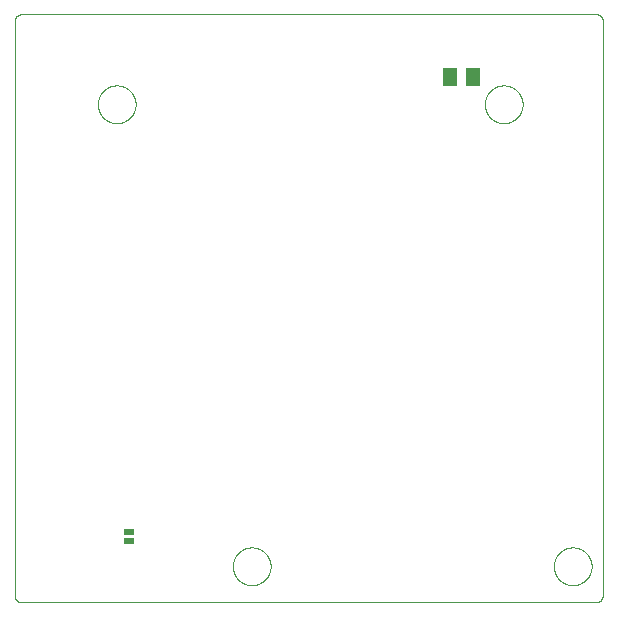
<source format=gbp>
G75*
%MOIN*%
%OFA0B0*%
%FSLAX25Y25*%
%IPPOS*%
%LPD*%
%AMOC8*
5,1,8,0,0,1.08239X$1,22.5*
%
%ADD10C,0.00000*%
%ADD11R,0.05118X0.05906*%
%ADD12R,0.03500X0.02400*%
D10*
X0001500Y0003736D02*
X0001500Y0195264D01*
X0001502Y0195356D01*
X0001508Y0195449D01*
X0001517Y0195541D01*
X0001530Y0195632D01*
X0001548Y0195723D01*
X0001568Y0195813D01*
X0001593Y0195902D01*
X0001621Y0195990D01*
X0001653Y0196077D01*
X0001688Y0196162D01*
X0001727Y0196246D01*
X0001769Y0196328D01*
X0001815Y0196409D01*
X0001864Y0196487D01*
X0001916Y0196563D01*
X0001971Y0196637D01*
X0002030Y0196709D01*
X0002091Y0196778D01*
X0002155Y0196845D01*
X0002222Y0196909D01*
X0002291Y0196970D01*
X0002363Y0197029D01*
X0002437Y0197084D01*
X0002513Y0197136D01*
X0002591Y0197185D01*
X0002672Y0197231D01*
X0002754Y0197273D01*
X0002838Y0197312D01*
X0002923Y0197347D01*
X0003010Y0197379D01*
X0003098Y0197407D01*
X0003187Y0197432D01*
X0003277Y0197452D01*
X0003368Y0197470D01*
X0003459Y0197483D01*
X0003551Y0197492D01*
X0003644Y0197498D01*
X0003736Y0197500D01*
X0195264Y0197500D01*
X0195356Y0197498D01*
X0195449Y0197492D01*
X0195541Y0197483D01*
X0195632Y0197470D01*
X0195723Y0197452D01*
X0195813Y0197432D01*
X0195902Y0197407D01*
X0195990Y0197379D01*
X0196077Y0197347D01*
X0196162Y0197312D01*
X0196246Y0197273D01*
X0196328Y0197231D01*
X0196409Y0197185D01*
X0196487Y0197136D01*
X0196563Y0197084D01*
X0196637Y0197029D01*
X0196709Y0196970D01*
X0196778Y0196909D01*
X0196845Y0196845D01*
X0196909Y0196778D01*
X0196970Y0196709D01*
X0197029Y0196637D01*
X0197084Y0196563D01*
X0197136Y0196487D01*
X0197185Y0196409D01*
X0197231Y0196328D01*
X0197273Y0196246D01*
X0197312Y0196162D01*
X0197347Y0196077D01*
X0197379Y0195990D01*
X0197407Y0195902D01*
X0197432Y0195813D01*
X0197452Y0195723D01*
X0197470Y0195632D01*
X0197483Y0195541D01*
X0197492Y0195449D01*
X0197498Y0195356D01*
X0197500Y0195264D01*
X0197500Y0003736D01*
X0197498Y0003644D01*
X0197492Y0003551D01*
X0197483Y0003459D01*
X0197470Y0003368D01*
X0197452Y0003277D01*
X0197432Y0003187D01*
X0197407Y0003098D01*
X0197379Y0003010D01*
X0197347Y0002923D01*
X0197312Y0002838D01*
X0197273Y0002754D01*
X0197231Y0002672D01*
X0197185Y0002591D01*
X0197136Y0002513D01*
X0197084Y0002437D01*
X0197029Y0002363D01*
X0196970Y0002291D01*
X0196909Y0002222D01*
X0196845Y0002155D01*
X0196778Y0002091D01*
X0196709Y0002030D01*
X0196637Y0001971D01*
X0196563Y0001916D01*
X0196487Y0001864D01*
X0196409Y0001815D01*
X0196328Y0001769D01*
X0196246Y0001727D01*
X0196162Y0001688D01*
X0196077Y0001653D01*
X0195990Y0001621D01*
X0195902Y0001593D01*
X0195813Y0001568D01*
X0195723Y0001548D01*
X0195632Y0001530D01*
X0195541Y0001517D01*
X0195449Y0001508D01*
X0195356Y0001502D01*
X0195264Y0001500D01*
X0003736Y0001500D01*
X0003644Y0001502D01*
X0003551Y0001508D01*
X0003459Y0001517D01*
X0003368Y0001530D01*
X0003277Y0001548D01*
X0003187Y0001568D01*
X0003098Y0001593D01*
X0003010Y0001621D01*
X0002923Y0001653D01*
X0002838Y0001688D01*
X0002754Y0001727D01*
X0002672Y0001769D01*
X0002591Y0001815D01*
X0002513Y0001864D01*
X0002437Y0001916D01*
X0002363Y0001971D01*
X0002291Y0002030D01*
X0002222Y0002091D01*
X0002155Y0002155D01*
X0002091Y0002222D01*
X0002030Y0002291D01*
X0001971Y0002363D01*
X0001916Y0002437D01*
X0001864Y0002513D01*
X0001815Y0002591D01*
X0001769Y0002672D01*
X0001727Y0002754D01*
X0001688Y0002838D01*
X0001653Y0002923D01*
X0001621Y0003010D01*
X0001593Y0003098D01*
X0001568Y0003187D01*
X0001548Y0003277D01*
X0001530Y0003368D01*
X0001517Y0003459D01*
X0001508Y0003551D01*
X0001502Y0003644D01*
X0001500Y0003736D01*
X0074201Y0013500D02*
X0074203Y0013658D01*
X0074209Y0013816D01*
X0074219Y0013974D01*
X0074233Y0014132D01*
X0074251Y0014289D01*
X0074272Y0014446D01*
X0074298Y0014602D01*
X0074328Y0014758D01*
X0074361Y0014913D01*
X0074399Y0015066D01*
X0074440Y0015219D01*
X0074485Y0015371D01*
X0074534Y0015522D01*
X0074587Y0015671D01*
X0074643Y0015819D01*
X0074703Y0015965D01*
X0074767Y0016110D01*
X0074835Y0016253D01*
X0074906Y0016395D01*
X0074980Y0016535D01*
X0075058Y0016672D01*
X0075140Y0016808D01*
X0075224Y0016942D01*
X0075313Y0017073D01*
X0075404Y0017202D01*
X0075499Y0017329D01*
X0075596Y0017454D01*
X0075697Y0017576D01*
X0075801Y0017695D01*
X0075908Y0017812D01*
X0076018Y0017926D01*
X0076131Y0018037D01*
X0076246Y0018146D01*
X0076364Y0018251D01*
X0076485Y0018353D01*
X0076608Y0018453D01*
X0076734Y0018549D01*
X0076862Y0018642D01*
X0076992Y0018732D01*
X0077125Y0018818D01*
X0077260Y0018902D01*
X0077396Y0018981D01*
X0077535Y0019058D01*
X0077676Y0019130D01*
X0077818Y0019200D01*
X0077962Y0019265D01*
X0078108Y0019327D01*
X0078255Y0019385D01*
X0078404Y0019440D01*
X0078554Y0019491D01*
X0078705Y0019538D01*
X0078857Y0019581D01*
X0079010Y0019620D01*
X0079165Y0019656D01*
X0079320Y0019687D01*
X0079476Y0019715D01*
X0079632Y0019739D01*
X0079789Y0019759D01*
X0079947Y0019775D01*
X0080104Y0019787D01*
X0080263Y0019795D01*
X0080421Y0019799D01*
X0080579Y0019799D01*
X0080737Y0019795D01*
X0080896Y0019787D01*
X0081053Y0019775D01*
X0081211Y0019759D01*
X0081368Y0019739D01*
X0081524Y0019715D01*
X0081680Y0019687D01*
X0081835Y0019656D01*
X0081990Y0019620D01*
X0082143Y0019581D01*
X0082295Y0019538D01*
X0082446Y0019491D01*
X0082596Y0019440D01*
X0082745Y0019385D01*
X0082892Y0019327D01*
X0083038Y0019265D01*
X0083182Y0019200D01*
X0083324Y0019130D01*
X0083465Y0019058D01*
X0083604Y0018981D01*
X0083740Y0018902D01*
X0083875Y0018818D01*
X0084008Y0018732D01*
X0084138Y0018642D01*
X0084266Y0018549D01*
X0084392Y0018453D01*
X0084515Y0018353D01*
X0084636Y0018251D01*
X0084754Y0018146D01*
X0084869Y0018037D01*
X0084982Y0017926D01*
X0085092Y0017812D01*
X0085199Y0017695D01*
X0085303Y0017576D01*
X0085404Y0017454D01*
X0085501Y0017329D01*
X0085596Y0017202D01*
X0085687Y0017073D01*
X0085776Y0016942D01*
X0085860Y0016808D01*
X0085942Y0016672D01*
X0086020Y0016535D01*
X0086094Y0016395D01*
X0086165Y0016253D01*
X0086233Y0016110D01*
X0086297Y0015965D01*
X0086357Y0015819D01*
X0086413Y0015671D01*
X0086466Y0015522D01*
X0086515Y0015371D01*
X0086560Y0015219D01*
X0086601Y0015066D01*
X0086639Y0014913D01*
X0086672Y0014758D01*
X0086702Y0014602D01*
X0086728Y0014446D01*
X0086749Y0014289D01*
X0086767Y0014132D01*
X0086781Y0013974D01*
X0086791Y0013816D01*
X0086797Y0013658D01*
X0086799Y0013500D01*
X0086797Y0013342D01*
X0086791Y0013184D01*
X0086781Y0013026D01*
X0086767Y0012868D01*
X0086749Y0012711D01*
X0086728Y0012554D01*
X0086702Y0012398D01*
X0086672Y0012242D01*
X0086639Y0012087D01*
X0086601Y0011934D01*
X0086560Y0011781D01*
X0086515Y0011629D01*
X0086466Y0011478D01*
X0086413Y0011329D01*
X0086357Y0011181D01*
X0086297Y0011035D01*
X0086233Y0010890D01*
X0086165Y0010747D01*
X0086094Y0010605D01*
X0086020Y0010465D01*
X0085942Y0010328D01*
X0085860Y0010192D01*
X0085776Y0010058D01*
X0085687Y0009927D01*
X0085596Y0009798D01*
X0085501Y0009671D01*
X0085404Y0009546D01*
X0085303Y0009424D01*
X0085199Y0009305D01*
X0085092Y0009188D01*
X0084982Y0009074D01*
X0084869Y0008963D01*
X0084754Y0008854D01*
X0084636Y0008749D01*
X0084515Y0008647D01*
X0084392Y0008547D01*
X0084266Y0008451D01*
X0084138Y0008358D01*
X0084008Y0008268D01*
X0083875Y0008182D01*
X0083740Y0008098D01*
X0083604Y0008019D01*
X0083465Y0007942D01*
X0083324Y0007870D01*
X0083182Y0007800D01*
X0083038Y0007735D01*
X0082892Y0007673D01*
X0082745Y0007615D01*
X0082596Y0007560D01*
X0082446Y0007509D01*
X0082295Y0007462D01*
X0082143Y0007419D01*
X0081990Y0007380D01*
X0081835Y0007344D01*
X0081680Y0007313D01*
X0081524Y0007285D01*
X0081368Y0007261D01*
X0081211Y0007241D01*
X0081053Y0007225D01*
X0080896Y0007213D01*
X0080737Y0007205D01*
X0080579Y0007201D01*
X0080421Y0007201D01*
X0080263Y0007205D01*
X0080104Y0007213D01*
X0079947Y0007225D01*
X0079789Y0007241D01*
X0079632Y0007261D01*
X0079476Y0007285D01*
X0079320Y0007313D01*
X0079165Y0007344D01*
X0079010Y0007380D01*
X0078857Y0007419D01*
X0078705Y0007462D01*
X0078554Y0007509D01*
X0078404Y0007560D01*
X0078255Y0007615D01*
X0078108Y0007673D01*
X0077962Y0007735D01*
X0077818Y0007800D01*
X0077676Y0007870D01*
X0077535Y0007942D01*
X0077396Y0008019D01*
X0077260Y0008098D01*
X0077125Y0008182D01*
X0076992Y0008268D01*
X0076862Y0008358D01*
X0076734Y0008451D01*
X0076608Y0008547D01*
X0076485Y0008647D01*
X0076364Y0008749D01*
X0076246Y0008854D01*
X0076131Y0008963D01*
X0076018Y0009074D01*
X0075908Y0009188D01*
X0075801Y0009305D01*
X0075697Y0009424D01*
X0075596Y0009546D01*
X0075499Y0009671D01*
X0075404Y0009798D01*
X0075313Y0009927D01*
X0075224Y0010058D01*
X0075140Y0010192D01*
X0075058Y0010328D01*
X0074980Y0010465D01*
X0074906Y0010605D01*
X0074835Y0010747D01*
X0074767Y0010890D01*
X0074703Y0011035D01*
X0074643Y0011181D01*
X0074587Y0011329D01*
X0074534Y0011478D01*
X0074485Y0011629D01*
X0074440Y0011781D01*
X0074399Y0011934D01*
X0074361Y0012087D01*
X0074328Y0012242D01*
X0074298Y0012398D01*
X0074272Y0012554D01*
X0074251Y0012711D01*
X0074233Y0012868D01*
X0074219Y0013026D01*
X0074209Y0013184D01*
X0074203Y0013342D01*
X0074201Y0013500D01*
X0181201Y0013500D02*
X0181203Y0013658D01*
X0181209Y0013816D01*
X0181219Y0013974D01*
X0181233Y0014132D01*
X0181251Y0014289D01*
X0181272Y0014446D01*
X0181298Y0014602D01*
X0181328Y0014758D01*
X0181361Y0014913D01*
X0181399Y0015066D01*
X0181440Y0015219D01*
X0181485Y0015371D01*
X0181534Y0015522D01*
X0181587Y0015671D01*
X0181643Y0015819D01*
X0181703Y0015965D01*
X0181767Y0016110D01*
X0181835Y0016253D01*
X0181906Y0016395D01*
X0181980Y0016535D01*
X0182058Y0016672D01*
X0182140Y0016808D01*
X0182224Y0016942D01*
X0182313Y0017073D01*
X0182404Y0017202D01*
X0182499Y0017329D01*
X0182596Y0017454D01*
X0182697Y0017576D01*
X0182801Y0017695D01*
X0182908Y0017812D01*
X0183018Y0017926D01*
X0183131Y0018037D01*
X0183246Y0018146D01*
X0183364Y0018251D01*
X0183485Y0018353D01*
X0183608Y0018453D01*
X0183734Y0018549D01*
X0183862Y0018642D01*
X0183992Y0018732D01*
X0184125Y0018818D01*
X0184260Y0018902D01*
X0184396Y0018981D01*
X0184535Y0019058D01*
X0184676Y0019130D01*
X0184818Y0019200D01*
X0184962Y0019265D01*
X0185108Y0019327D01*
X0185255Y0019385D01*
X0185404Y0019440D01*
X0185554Y0019491D01*
X0185705Y0019538D01*
X0185857Y0019581D01*
X0186010Y0019620D01*
X0186165Y0019656D01*
X0186320Y0019687D01*
X0186476Y0019715D01*
X0186632Y0019739D01*
X0186789Y0019759D01*
X0186947Y0019775D01*
X0187104Y0019787D01*
X0187263Y0019795D01*
X0187421Y0019799D01*
X0187579Y0019799D01*
X0187737Y0019795D01*
X0187896Y0019787D01*
X0188053Y0019775D01*
X0188211Y0019759D01*
X0188368Y0019739D01*
X0188524Y0019715D01*
X0188680Y0019687D01*
X0188835Y0019656D01*
X0188990Y0019620D01*
X0189143Y0019581D01*
X0189295Y0019538D01*
X0189446Y0019491D01*
X0189596Y0019440D01*
X0189745Y0019385D01*
X0189892Y0019327D01*
X0190038Y0019265D01*
X0190182Y0019200D01*
X0190324Y0019130D01*
X0190465Y0019058D01*
X0190604Y0018981D01*
X0190740Y0018902D01*
X0190875Y0018818D01*
X0191008Y0018732D01*
X0191138Y0018642D01*
X0191266Y0018549D01*
X0191392Y0018453D01*
X0191515Y0018353D01*
X0191636Y0018251D01*
X0191754Y0018146D01*
X0191869Y0018037D01*
X0191982Y0017926D01*
X0192092Y0017812D01*
X0192199Y0017695D01*
X0192303Y0017576D01*
X0192404Y0017454D01*
X0192501Y0017329D01*
X0192596Y0017202D01*
X0192687Y0017073D01*
X0192776Y0016942D01*
X0192860Y0016808D01*
X0192942Y0016672D01*
X0193020Y0016535D01*
X0193094Y0016395D01*
X0193165Y0016253D01*
X0193233Y0016110D01*
X0193297Y0015965D01*
X0193357Y0015819D01*
X0193413Y0015671D01*
X0193466Y0015522D01*
X0193515Y0015371D01*
X0193560Y0015219D01*
X0193601Y0015066D01*
X0193639Y0014913D01*
X0193672Y0014758D01*
X0193702Y0014602D01*
X0193728Y0014446D01*
X0193749Y0014289D01*
X0193767Y0014132D01*
X0193781Y0013974D01*
X0193791Y0013816D01*
X0193797Y0013658D01*
X0193799Y0013500D01*
X0193797Y0013342D01*
X0193791Y0013184D01*
X0193781Y0013026D01*
X0193767Y0012868D01*
X0193749Y0012711D01*
X0193728Y0012554D01*
X0193702Y0012398D01*
X0193672Y0012242D01*
X0193639Y0012087D01*
X0193601Y0011934D01*
X0193560Y0011781D01*
X0193515Y0011629D01*
X0193466Y0011478D01*
X0193413Y0011329D01*
X0193357Y0011181D01*
X0193297Y0011035D01*
X0193233Y0010890D01*
X0193165Y0010747D01*
X0193094Y0010605D01*
X0193020Y0010465D01*
X0192942Y0010328D01*
X0192860Y0010192D01*
X0192776Y0010058D01*
X0192687Y0009927D01*
X0192596Y0009798D01*
X0192501Y0009671D01*
X0192404Y0009546D01*
X0192303Y0009424D01*
X0192199Y0009305D01*
X0192092Y0009188D01*
X0191982Y0009074D01*
X0191869Y0008963D01*
X0191754Y0008854D01*
X0191636Y0008749D01*
X0191515Y0008647D01*
X0191392Y0008547D01*
X0191266Y0008451D01*
X0191138Y0008358D01*
X0191008Y0008268D01*
X0190875Y0008182D01*
X0190740Y0008098D01*
X0190604Y0008019D01*
X0190465Y0007942D01*
X0190324Y0007870D01*
X0190182Y0007800D01*
X0190038Y0007735D01*
X0189892Y0007673D01*
X0189745Y0007615D01*
X0189596Y0007560D01*
X0189446Y0007509D01*
X0189295Y0007462D01*
X0189143Y0007419D01*
X0188990Y0007380D01*
X0188835Y0007344D01*
X0188680Y0007313D01*
X0188524Y0007285D01*
X0188368Y0007261D01*
X0188211Y0007241D01*
X0188053Y0007225D01*
X0187896Y0007213D01*
X0187737Y0007205D01*
X0187579Y0007201D01*
X0187421Y0007201D01*
X0187263Y0007205D01*
X0187104Y0007213D01*
X0186947Y0007225D01*
X0186789Y0007241D01*
X0186632Y0007261D01*
X0186476Y0007285D01*
X0186320Y0007313D01*
X0186165Y0007344D01*
X0186010Y0007380D01*
X0185857Y0007419D01*
X0185705Y0007462D01*
X0185554Y0007509D01*
X0185404Y0007560D01*
X0185255Y0007615D01*
X0185108Y0007673D01*
X0184962Y0007735D01*
X0184818Y0007800D01*
X0184676Y0007870D01*
X0184535Y0007942D01*
X0184396Y0008019D01*
X0184260Y0008098D01*
X0184125Y0008182D01*
X0183992Y0008268D01*
X0183862Y0008358D01*
X0183734Y0008451D01*
X0183608Y0008547D01*
X0183485Y0008647D01*
X0183364Y0008749D01*
X0183246Y0008854D01*
X0183131Y0008963D01*
X0183018Y0009074D01*
X0182908Y0009188D01*
X0182801Y0009305D01*
X0182697Y0009424D01*
X0182596Y0009546D01*
X0182499Y0009671D01*
X0182404Y0009798D01*
X0182313Y0009927D01*
X0182224Y0010058D01*
X0182140Y0010192D01*
X0182058Y0010328D01*
X0181980Y0010465D01*
X0181906Y0010605D01*
X0181835Y0010747D01*
X0181767Y0010890D01*
X0181703Y0011035D01*
X0181643Y0011181D01*
X0181587Y0011329D01*
X0181534Y0011478D01*
X0181485Y0011629D01*
X0181440Y0011781D01*
X0181399Y0011934D01*
X0181361Y0012087D01*
X0181328Y0012242D01*
X0181298Y0012398D01*
X0181272Y0012554D01*
X0181251Y0012711D01*
X0181233Y0012868D01*
X0181219Y0013026D01*
X0181209Y0013184D01*
X0181203Y0013342D01*
X0181201Y0013500D01*
X0158201Y0167500D02*
X0158203Y0167658D01*
X0158209Y0167816D01*
X0158219Y0167974D01*
X0158233Y0168132D01*
X0158251Y0168289D01*
X0158272Y0168446D01*
X0158298Y0168602D01*
X0158328Y0168758D01*
X0158361Y0168913D01*
X0158399Y0169066D01*
X0158440Y0169219D01*
X0158485Y0169371D01*
X0158534Y0169522D01*
X0158587Y0169671D01*
X0158643Y0169819D01*
X0158703Y0169965D01*
X0158767Y0170110D01*
X0158835Y0170253D01*
X0158906Y0170395D01*
X0158980Y0170535D01*
X0159058Y0170672D01*
X0159140Y0170808D01*
X0159224Y0170942D01*
X0159313Y0171073D01*
X0159404Y0171202D01*
X0159499Y0171329D01*
X0159596Y0171454D01*
X0159697Y0171576D01*
X0159801Y0171695D01*
X0159908Y0171812D01*
X0160018Y0171926D01*
X0160131Y0172037D01*
X0160246Y0172146D01*
X0160364Y0172251D01*
X0160485Y0172353D01*
X0160608Y0172453D01*
X0160734Y0172549D01*
X0160862Y0172642D01*
X0160992Y0172732D01*
X0161125Y0172818D01*
X0161260Y0172902D01*
X0161396Y0172981D01*
X0161535Y0173058D01*
X0161676Y0173130D01*
X0161818Y0173200D01*
X0161962Y0173265D01*
X0162108Y0173327D01*
X0162255Y0173385D01*
X0162404Y0173440D01*
X0162554Y0173491D01*
X0162705Y0173538D01*
X0162857Y0173581D01*
X0163010Y0173620D01*
X0163165Y0173656D01*
X0163320Y0173687D01*
X0163476Y0173715D01*
X0163632Y0173739D01*
X0163789Y0173759D01*
X0163947Y0173775D01*
X0164104Y0173787D01*
X0164263Y0173795D01*
X0164421Y0173799D01*
X0164579Y0173799D01*
X0164737Y0173795D01*
X0164896Y0173787D01*
X0165053Y0173775D01*
X0165211Y0173759D01*
X0165368Y0173739D01*
X0165524Y0173715D01*
X0165680Y0173687D01*
X0165835Y0173656D01*
X0165990Y0173620D01*
X0166143Y0173581D01*
X0166295Y0173538D01*
X0166446Y0173491D01*
X0166596Y0173440D01*
X0166745Y0173385D01*
X0166892Y0173327D01*
X0167038Y0173265D01*
X0167182Y0173200D01*
X0167324Y0173130D01*
X0167465Y0173058D01*
X0167604Y0172981D01*
X0167740Y0172902D01*
X0167875Y0172818D01*
X0168008Y0172732D01*
X0168138Y0172642D01*
X0168266Y0172549D01*
X0168392Y0172453D01*
X0168515Y0172353D01*
X0168636Y0172251D01*
X0168754Y0172146D01*
X0168869Y0172037D01*
X0168982Y0171926D01*
X0169092Y0171812D01*
X0169199Y0171695D01*
X0169303Y0171576D01*
X0169404Y0171454D01*
X0169501Y0171329D01*
X0169596Y0171202D01*
X0169687Y0171073D01*
X0169776Y0170942D01*
X0169860Y0170808D01*
X0169942Y0170672D01*
X0170020Y0170535D01*
X0170094Y0170395D01*
X0170165Y0170253D01*
X0170233Y0170110D01*
X0170297Y0169965D01*
X0170357Y0169819D01*
X0170413Y0169671D01*
X0170466Y0169522D01*
X0170515Y0169371D01*
X0170560Y0169219D01*
X0170601Y0169066D01*
X0170639Y0168913D01*
X0170672Y0168758D01*
X0170702Y0168602D01*
X0170728Y0168446D01*
X0170749Y0168289D01*
X0170767Y0168132D01*
X0170781Y0167974D01*
X0170791Y0167816D01*
X0170797Y0167658D01*
X0170799Y0167500D01*
X0170797Y0167342D01*
X0170791Y0167184D01*
X0170781Y0167026D01*
X0170767Y0166868D01*
X0170749Y0166711D01*
X0170728Y0166554D01*
X0170702Y0166398D01*
X0170672Y0166242D01*
X0170639Y0166087D01*
X0170601Y0165934D01*
X0170560Y0165781D01*
X0170515Y0165629D01*
X0170466Y0165478D01*
X0170413Y0165329D01*
X0170357Y0165181D01*
X0170297Y0165035D01*
X0170233Y0164890D01*
X0170165Y0164747D01*
X0170094Y0164605D01*
X0170020Y0164465D01*
X0169942Y0164328D01*
X0169860Y0164192D01*
X0169776Y0164058D01*
X0169687Y0163927D01*
X0169596Y0163798D01*
X0169501Y0163671D01*
X0169404Y0163546D01*
X0169303Y0163424D01*
X0169199Y0163305D01*
X0169092Y0163188D01*
X0168982Y0163074D01*
X0168869Y0162963D01*
X0168754Y0162854D01*
X0168636Y0162749D01*
X0168515Y0162647D01*
X0168392Y0162547D01*
X0168266Y0162451D01*
X0168138Y0162358D01*
X0168008Y0162268D01*
X0167875Y0162182D01*
X0167740Y0162098D01*
X0167604Y0162019D01*
X0167465Y0161942D01*
X0167324Y0161870D01*
X0167182Y0161800D01*
X0167038Y0161735D01*
X0166892Y0161673D01*
X0166745Y0161615D01*
X0166596Y0161560D01*
X0166446Y0161509D01*
X0166295Y0161462D01*
X0166143Y0161419D01*
X0165990Y0161380D01*
X0165835Y0161344D01*
X0165680Y0161313D01*
X0165524Y0161285D01*
X0165368Y0161261D01*
X0165211Y0161241D01*
X0165053Y0161225D01*
X0164896Y0161213D01*
X0164737Y0161205D01*
X0164579Y0161201D01*
X0164421Y0161201D01*
X0164263Y0161205D01*
X0164104Y0161213D01*
X0163947Y0161225D01*
X0163789Y0161241D01*
X0163632Y0161261D01*
X0163476Y0161285D01*
X0163320Y0161313D01*
X0163165Y0161344D01*
X0163010Y0161380D01*
X0162857Y0161419D01*
X0162705Y0161462D01*
X0162554Y0161509D01*
X0162404Y0161560D01*
X0162255Y0161615D01*
X0162108Y0161673D01*
X0161962Y0161735D01*
X0161818Y0161800D01*
X0161676Y0161870D01*
X0161535Y0161942D01*
X0161396Y0162019D01*
X0161260Y0162098D01*
X0161125Y0162182D01*
X0160992Y0162268D01*
X0160862Y0162358D01*
X0160734Y0162451D01*
X0160608Y0162547D01*
X0160485Y0162647D01*
X0160364Y0162749D01*
X0160246Y0162854D01*
X0160131Y0162963D01*
X0160018Y0163074D01*
X0159908Y0163188D01*
X0159801Y0163305D01*
X0159697Y0163424D01*
X0159596Y0163546D01*
X0159499Y0163671D01*
X0159404Y0163798D01*
X0159313Y0163927D01*
X0159224Y0164058D01*
X0159140Y0164192D01*
X0159058Y0164328D01*
X0158980Y0164465D01*
X0158906Y0164605D01*
X0158835Y0164747D01*
X0158767Y0164890D01*
X0158703Y0165035D01*
X0158643Y0165181D01*
X0158587Y0165329D01*
X0158534Y0165478D01*
X0158485Y0165629D01*
X0158440Y0165781D01*
X0158399Y0165934D01*
X0158361Y0166087D01*
X0158328Y0166242D01*
X0158298Y0166398D01*
X0158272Y0166554D01*
X0158251Y0166711D01*
X0158233Y0166868D01*
X0158219Y0167026D01*
X0158209Y0167184D01*
X0158203Y0167342D01*
X0158201Y0167500D01*
X0029201Y0167500D02*
X0029203Y0167658D01*
X0029209Y0167816D01*
X0029219Y0167974D01*
X0029233Y0168132D01*
X0029251Y0168289D01*
X0029272Y0168446D01*
X0029298Y0168602D01*
X0029328Y0168758D01*
X0029361Y0168913D01*
X0029399Y0169066D01*
X0029440Y0169219D01*
X0029485Y0169371D01*
X0029534Y0169522D01*
X0029587Y0169671D01*
X0029643Y0169819D01*
X0029703Y0169965D01*
X0029767Y0170110D01*
X0029835Y0170253D01*
X0029906Y0170395D01*
X0029980Y0170535D01*
X0030058Y0170672D01*
X0030140Y0170808D01*
X0030224Y0170942D01*
X0030313Y0171073D01*
X0030404Y0171202D01*
X0030499Y0171329D01*
X0030596Y0171454D01*
X0030697Y0171576D01*
X0030801Y0171695D01*
X0030908Y0171812D01*
X0031018Y0171926D01*
X0031131Y0172037D01*
X0031246Y0172146D01*
X0031364Y0172251D01*
X0031485Y0172353D01*
X0031608Y0172453D01*
X0031734Y0172549D01*
X0031862Y0172642D01*
X0031992Y0172732D01*
X0032125Y0172818D01*
X0032260Y0172902D01*
X0032396Y0172981D01*
X0032535Y0173058D01*
X0032676Y0173130D01*
X0032818Y0173200D01*
X0032962Y0173265D01*
X0033108Y0173327D01*
X0033255Y0173385D01*
X0033404Y0173440D01*
X0033554Y0173491D01*
X0033705Y0173538D01*
X0033857Y0173581D01*
X0034010Y0173620D01*
X0034165Y0173656D01*
X0034320Y0173687D01*
X0034476Y0173715D01*
X0034632Y0173739D01*
X0034789Y0173759D01*
X0034947Y0173775D01*
X0035104Y0173787D01*
X0035263Y0173795D01*
X0035421Y0173799D01*
X0035579Y0173799D01*
X0035737Y0173795D01*
X0035896Y0173787D01*
X0036053Y0173775D01*
X0036211Y0173759D01*
X0036368Y0173739D01*
X0036524Y0173715D01*
X0036680Y0173687D01*
X0036835Y0173656D01*
X0036990Y0173620D01*
X0037143Y0173581D01*
X0037295Y0173538D01*
X0037446Y0173491D01*
X0037596Y0173440D01*
X0037745Y0173385D01*
X0037892Y0173327D01*
X0038038Y0173265D01*
X0038182Y0173200D01*
X0038324Y0173130D01*
X0038465Y0173058D01*
X0038604Y0172981D01*
X0038740Y0172902D01*
X0038875Y0172818D01*
X0039008Y0172732D01*
X0039138Y0172642D01*
X0039266Y0172549D01*
X0039392Y0172453D01*
X0039515Y0172353D01*
X0039636Y0172251D01*
X0039754Y0172146D01*
X0039869Y0172037D01*
X0039982Y0171926D01*
X0040092Y0171812D01*
X0040199Y0171695D01*
X0040303Y0171576D01*
X0040404Y0171454D01*
X0040501Y0171329D01*
X0040596Y0171202D01*
X0040687Y0171073D01*
X0040776Y0170942D01*
X0040860Y0170808D01*
X0040942Y0170672D01*
X0041020Y0170535D01*
X0041094Y0170395D01*
X0041165Y0170253D01*
X0041233Y0170110D01*
X0041297Y0169965D01*
X0041357Y0169819D01*
X0041413Y0169671D01*
X0041466Y0169522D01*
X0041515Y0169371D01*
X0041560Y0169219D01*
X0041601Y0169066D01*
X0041639Y0168913D01*
X0041672Y0168758D01*
X0041702Y0168602D01*
X0041728Y0168446D01*
X0041749Y0168289D01*
X0041767Y0168132D01*
X0041781Y0167974D01*
X0041791Y0167816D01*
X0041797Y0167658D01*
X0041799Y0167500D01*
X0041797Y0167342D01*
X0041791Y0167184D01*
X0041781Y0167026D01*
X0041767Y0166868D01*
X0041749Y0166711D01*
X0041728Y0166554D01*
X0041702Y0166398D01*
X0041672Y0166242D01*
X0041639Y0166087D01*
X0041601Y0165934D01*
X0041560Y0165781D01*
X0041515Y0165629D01*
X0041466Y0165478D01*
X0041413Y0165329D01*
X0041357Y0165181D01*
X0041297Y0165035D01*
X0041233Y0164890D01*
X0041165Y0164747D01*
X0041094Y0164605D01*
X0041020Y0164465D01*
X0040942Y0164328D01*
X0040860Y0164192D01*
X0040776Y0164058D01*
X0040687Y0163927D01*
X0040596Y0163798D01*
X0040501Y0163671D01*
X0040404Y0163546D01*
X0040303Y0163424D01*
X0040199Y0163305D01*
X0040092Y0163188D01*
X0039982Y0163074D01*
X0039869Y0162963D01*
X0039754Y0162854D01*
X0039636Y0162749D01*
X0039515Y0162647D01*
X0039392Y0162547D01*
X0039266Y0162451D01*
X0039138Y0162358D01*
X0039008Y0162268D01*
X0038875Y0162182D01*
X0038740Y0162098D01*
X0038604Y0162019D01*
X0038465Y0161942D01*
X0038324Y0161870D01*
X0038182Y0161800D01*
X0038038Y0161735D01*
X0037892Y0161673D01*
X0037745Y0161615D01*
X0037596Y0161560D01*
X0037446Y0161509D01*
X0037295Y0161462D01*
X0037143Y0161419D01*
X0036990Y0161380D01*
X0036835Y0161344D01*
X0036680Y0161313D01*
X0036524Y0161285D01*
X0036368Y0161261D01*
X0036211Y0161241D01*
X0036053Y0161225D01*
X0035896Y0161213D01*
X0035737Y0161205D01*
X0035579Y0161201D01*
X0035421Y0161201D01*
X0035263Y0161205D01*
X0035104Y0161213D01*
X0034947Y0161225D01*
X0034789Y0161241D01*
X0034632Y0161261D01*
X0034476Y0161285D01*
X0034320Y0161313D01*
X0034165Y0161344D01*
X0034010Y0161380D01*
X0033857Y0161419D01*
X0033705Y0161462D01*
X0033554Y0161509D01*
X0033404Y0161560D01*
X0033255Y0161615D01*
X0033108Y0161673D01*
X0032962Y0161735D01*
X0032818Y0161800D01*
X0032676Y0161870D01*
X0032535Y0161942D01*
X0032396Y0162019D01*
X0032260Y0162098D01*
X0032125Y0162182D01*
X0031992Y0162268D01*
X0031862Y0162358D01*
X0031734Y0162451D01*
X0031608Y0162547D01*
X0031485Y0162647D01*
X0031364Y0162749D01*
X0031246Y0162854D01*
X0031131Y0162963D01*
X0031018Y0163074D01*
X0030908Y0163188D01*
X0030801Y0163305D01*
X0030697Y0163424D01*
X0030596Y0163546D01*
X0030499Y0163671D01*
X0030404Y0163798D01*
X0030313Y0163927D01*
X0030224Y0164058D01*
X0030140Y0164192D01*
X0030058Y0164328D01*
X0029980Y0164465D01*
X0029906Y0164605D01*
X0029835Y0164747D01*
X0029767Y0164890D01*
X0029703Y0165035D01*
X0029643Y0165181D01*
X0029587Y0165329D01*
X0029534Y0165478D01*
X0029485Y0165629D01*
X0029440Y0165781D01*
X0029399Y0165934D01*
X0029361Y0166087D01*
X0029328Y0166242D01*
X0029298Y0166398D01*
X0029272Y0166554D01*
X0029251Y0166711D01*
X0029233Y0166868D01*
X0029219Y0167026D01*
X0029209Y0167184D01*
X0029203Y0167342D01*
X0029201Y0167500D01*
D11*
X0146760Y0176500D03*
X0154240Y0176500D03*
D12*
X0039500Y0025000D03*
X0039500Y0022000D03*
M02*

</source>
